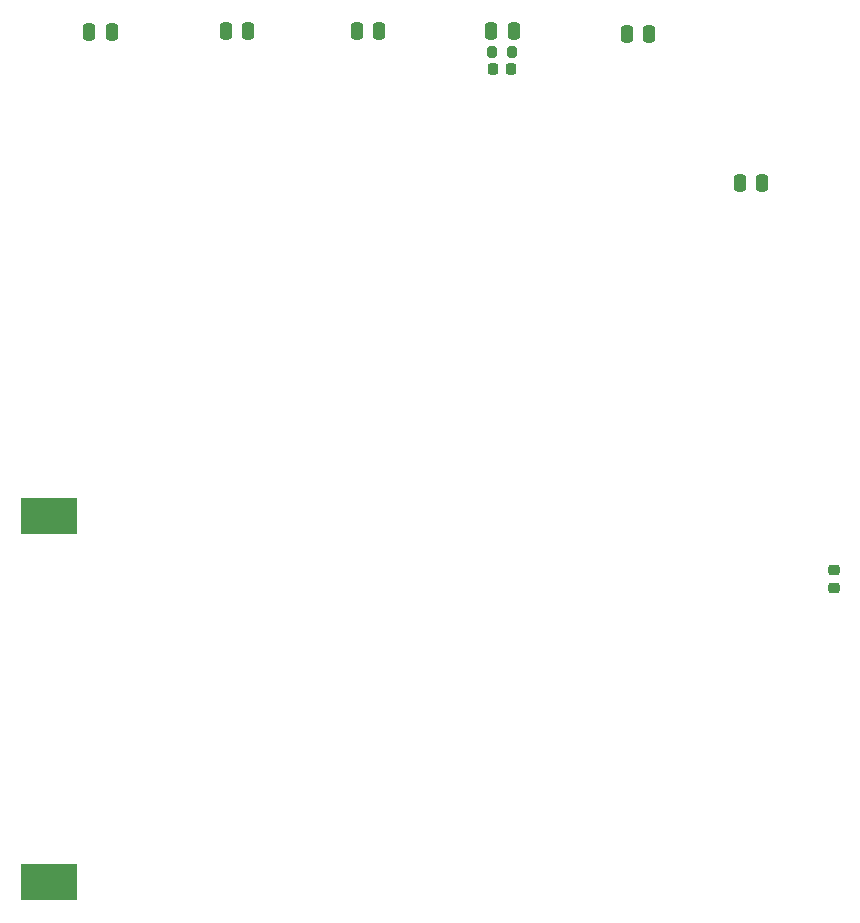
<source format=gbr>
%TF.GenerationSoftware,KiCad,Pcbnew,8.0.8*%
%TF.CreationDate,2025-03-16T16:52:42+08:00*%
%TF.ProjectId,temp_pro,74656d70-5f70-4726-9f2e-6b696361645f,rev?*%
%TF.SameCoordinates,Original*%
%TF.FileFunction,Paste,Bot*%
%TF.FilePolarity,Positive*%
%FSLAX46Y46*%
G04 Gerber Fmt 4.6, Leading zero omitted, Abs format (unit mm)*
G04 Created by KiCad (PCBNEW 8.0.8) date 2025-03-16 16:52:42*
%MOMM*%
%LPD*%
G01*
G04 APERTURE LIST*
G04 Aperture macros list*
%AMRoundRect*
0 Rectangle with rounded corners*
0 $1 Rounding radius*
0 $2 $3 $4 $5 $6 $7 $8 $9 X,Y pos of 4 corners*
0 Add a 4 corners polygon primitive as box body*
4,1,4,$2,$3,$4,$5,$6,$7,$8,$9,$2,$3,0*
0 Add four circle primitives for the rounded corners*
1,1,$1+$1,$2,$3*
1,1,$1+$1,$4,$5*
1,1,$1+$1,$6,$7*
1,1,$1+$1,$8,$9*
0 Add four rect primitives between the rounded corners*
20,1,$1+$1,$2,$3,$4,$5,0*
20,1,$1+$1,$4,$5,$6,$7,0*
20,1,$1+$1,$6,$7,$8,$9,0*
20,1,$1+$1,$8,$9,$2,$3,0*%
G04 Aperture macros list end*
%ADD10RoundRect,0.250000X-0.250000X-0.475000X0.250000X-0.475000X0.250000X0.475000X-0.250000X0.475000X0*%
%ADD11RoundRect,0.225000X-0.250000X0.225000X-0.250000X-0.225000X0.250000X-0.225000X0.250000X0.225000X0*%
%ADD12RoundRect,0.225000X-0.225000X-0.250000X0.225000X-0.250000X0.225000X0.250000X-0.225000X0.250000X0*%
%ADD13RoundRect,0.200000X0.200000X0.275000X-0.200000X0.275000X-0.200000X-0.275000X0.200000X-0.275000X0*%
%ADD14RoundRect,0.250000X0.250000X0.475000X-0.250000X0.475000X-0.250000X-0.475000X0.250000X-0.475000X0*%
%ADD15R,4.780000X3.150000*%
G04 APERTURE END LIST*
D10*
%TO.C,C19*%
X170150000Y-58070000D03*
X168250000Y-58070000D03*
%TD*%
D11*
%TO.C,C20*%
X185750000Y-103465000D03*
X185750000Y-105015000D03*
%TD*%
D10*
%TO.C,C1*%
X124620000Y-57950000D03*
X122720000Y-57950000D03*
%TD*%
D12*
%TO.C,C16*%
X158425000Y-61070000D03*
X156875000Y-61070000D03*
%TD*%
D10*
%TO.C,C24*%
X147275000Y-57811000D03*
X145375000Y-57811000D03*
%TD*%
%TO.C,C23*%
X136175000Y-57811000D03*
X134275000Y-57811000D03*
%TD*%
%TO.C,C15*%
X158650000Y-57820000D03*
X156750000Y-57820000D03*
%TD*%
D13*
%TO.C,R9*%
X156825000Y-59570000D03*
X158475000Y-59570000D03*
%TD*%
D14*
%TO.C,C25*%
X177780000Y-70726000D03*
X179680000Y-70726000D03*
%TD*%
D15*
%TO.C,BT2*%
X119290000Y-98875000D03*
X119290000Y-129915000D03*
%TD*%
M02*

</source>
